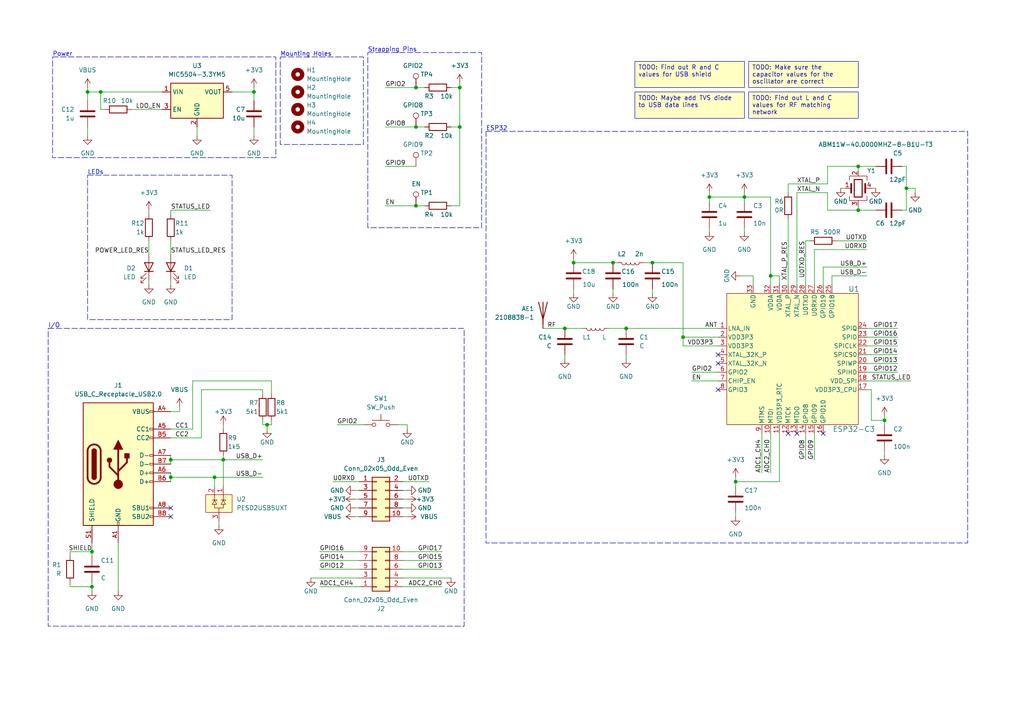
<source format=kicad_sch>
(kicad_sch (version 20230121) (generator eeschema)
  (paper "A4")
  (lib_symbols
    (symbol "Connector:TestPoint" (pin_numbers hide) (pin_names (offset 0.762) hide)
      (property "Reference" "TP" (at 0 6.858 0))
      (property "Value" "TestPoint" (at 0 5.08 0))
      (symbol "TestPoint_0_1"
        (circle (center 0 3.302) (radius 0.762))
      )
      (symbol "TestPoint_1_1"
        (pin passive line (at 0 0 90) (length 2.54) (name "1") (number "1"))
      )
    )
    (symbol "Connector:USB_C_Receptacle_USB2.0" (pin_names (offset 1.016))
      (property "Reference" "J" (at -10.16 19.05 0))
      (property "Value" "USB_C_Receptacle_USB2.0" (at 19.05 19.05 0))
      (symbol "USB_C_Receptacle_USB2.0_0_0"
        (rectangle (start -0.254 -17.78) (end 0.254 -16.764))
        (rectangle (start 10.16 -14.986) (end 9.144 -15.494))
        (rectangle (start 10.16 -12.446) (end 9.144 -12.954))
        (rectangle (start 10.16 -4.826) (end 9.144 -5.334))
        (rectangle (start 10.16 -2.286) (end 9.144 -2.794))
        (rectangle (start 10.16 0.254) (end 9.144 -0.254))
        (rectangle (start 10.16 2.794) (end 9.144 2.286))
        (rectangle (start 10.16 7.874) (end 9.144 7.366))
        (rectangle (start 10.16 10.414) (end 9.144 9.906))
        (rectangle (start 10.16 15.494) (end 9.144 14.986))
      )
      (symbol "USB_C_Receptacle_USB2.0_0_1"
        (rectangle (start -10.16 17.78) (end 10.16 -17.78) (stroke (width 0.254)) (fill (type background)))
        (arc (start -8.89 -3.81) (mid -6.985 -5.7067) (end -5.08 -3.81) (stroke (width 0.508)))
        (arc (start -7.62 -3.81) (mid -6.985 -4.4423) (end -6.35 -3.81) (stroke (width 0.254)))
        (arc (start -7.62 -3.81) (mid -6.985 -4.4423) (end -6.35 -3.81) (stroke (width 0.254)) (fill (type outline)))
        (rectangle (start -7.62 -3.81) (end -6.35 3.81) (stroke (width 0.254)) (fill (type outline)))
        (arc (start -6.35 3.81) (mid -6.985 4.4423) (end -7.62 3.81) (stroke (width 0.254)))
        (arc (start -6.35 3.81) (mid -6.985 4.4423) (end -7.62 3.81) (stroke (width 0.254)) (fill (type outline)))
        (arc (start -5.08 3.81) (mid -6.985 5.7067) (end -8.89 3.81) (stroke (width 0.508)))
        (circle (center -2.54 1.143) (radius 0.635) (stroke (width 0.254)) (fill (type outline)))
        (circle (center 0 -5.842) (radius 1.27) (fill (type outline)))
        (polyline (pts (xy -8.89 -3.81) (xy -8.89 3.81)) (stroke (width 0.508)))
        (polyline (pts (xy -5.08 3.81) (xy -5.08 -3.81)) (stroke (width 0.508)))
        (polyline (pts (xy 0 -5.842) (xy 0 4.318)) (stroke (width 0.508)))
        (polyline (pts (xy 0 -3.302) (xy -2.54 -0.762) (xy -2.54 0.508)) (stroke (width 0.508)))
        (polyline (pts (xy 0 -2.032) (xy 2.54 0.508) (xy 2.54 1.778)) (stroke (width 0.508)))
        (polyline (pts (xy -1.27 4.318) (xy 0 6.858) (xy 1.27 4.318) (xy -1.27 4.318)) (stroke (width 0.254)) (fill (type outline)))
        (rectangle (start 1.905 1.778) (end 3.175 3.048) (stroke (width 0.254)) (fill (type outline)))
      )
      (symbol "USB_C_Receptacle_USB2.0_1_1"
        (pin passive line (at 0 -22.86 90) (length 5.08) (name "GND") (number "A1"))
        (pin passive line (at 0 -22.86 90) (length 5.08) hide (name "GND") (number "A12"))
        (pin passive line (at 15.24 15.24 180) (length 5.08) (name "VBUS") (number "A4"))
        (pin bidirectional line (at 15.24 10.16 180) (length 5.08) (name "CC1") (number "A5"))
        (pin bidirectional line (at 15.24 -2.54 180) (length 5.08) (name "D+") (number "A6"))
        (pin bidirectional line (at 15.24 2.54 180) (length 5.08) (name "D-") (number "A7"))
        (pin bidirectional line (at 15.24 -12.7 180) (length 5.08) (name "SBU1") (number "A8"))
        (pin passive line (at 15.24 15.24 180) (length 5.08) hide (name "VBUS") (number "A9"))
        (pin passive line (at 0 -22.86 90) (length 5.08) hide (name "GND") (number "B1"))
        (pin passive line (at 0 -22.86 90) (length 5.08) hide (name "GND") (number "B12"))
        (pin passive line (at 15.24 15.24 180) (length 5.08) hide (name "VBUS") (number "B4"))
        (pin bidirectional line (at 15.24 7.62 180) (length 5.08) (name "CC2") (number "B5"))
        (pin bidirectional line (at 15.24 -5.08 180) (length 5.08) (name "D+") (number "B6"))
        (pin bidirectional line (at 15.24 0 180) (length 5.08) (name "D-") (number "B7"))
        (pin bidirectional line (at 15.24 -15.24 180) (length 5.08) (name "SBU2") (number "B8"))
        (pin passive line (at 15.24 15.24 180) (length 5.08) hide (name "VBUS") (number "B9"))
        (pin passive line (at -7.62 -22.86 90) (length 5.08) (name "SHIELD") (number "S1"))
      )
    )
    (symbol "Connector_Generic:Conn_02x05_Odd_Even" (pin_names (offset 1.016) hide)
      (property "Reference" "J" (at 1.27 7.62 0))
      (property "Value" "Conn_02x05_Odd_Even" (at 1.27 -7.62 0))
      (symbol "Conn_02x05_Odd_Even_1_1"
        (rectangle (start -1.27 -4.953) (end 0 -5.207) (stroke (width 0.1524)))
        (rectangle (start -1.27 -2.413) (end 0 -2.667) (stroke (width 0.1524)))
        (rectangle (start -1.27 0.127) (end 0 -0.127) (stroke (width 0.1524)))
        (rectangle (start -1.27 2.667) (end 0 2.413) (stroke (width 0.1524)))
        (rectangle (start -1.27 5.207) (end 0 4.953) (stroke (width 0.1524)))
        (rectangle (start -1.27 6.35) (end 3.81 -6.35) (stroke (width 0.254)) (fill (type background)))
        (rectangle (start 3.81 -4.953) (end 2.54 -5.207) (stroke (width 0.1524)))
        (rectangle (start 3.81 -2.413) (end 2.54 -2.667) (stroke (width 0.1524)))
        (rectangle (start 3.81 0.127) (end 2.54 -0.127) (stroke (width 0.1524)))
        (rectangle (start 3.81 2.667) (end 2.54 2.413) (stroke (width 0.1524)))
        (rectangle (start 3.81 5.207) (end 2.54 4.953) (stroke (width 0.1524)))
        (pin passive line (at -5.08 5.08 0) (length 3.81) (name "Pin_1") (number "1"))
        (pin passive line (at 7.62 -5.08 180) (length 3.81) (name "Pin_10") (number "10"))
        (pin passive line (at 7.62 5.08 180) (length 3.81) (name "Pin_2") (number "2"))
        (pin passive line (at -5.08 2.54 0) (length 3.81) (name "Pin_3") (number "3"))
        (pin passive line (at 7.62 2.54 180) (length 3.81) (name "Pin_4") (number "4"))
        (pin passive line (at -5.08 0 0) (length 3.81) (name "Pin_5") (number "5"))
        (pin passive line (at 7.62 0 180) (length 3.81) (name "Pin_6") (number "6"))
        (pin passive line (at -5.08 -2.54 0) (length 3.81) (name "Pin_7") (number "7"))
        (pin passive line (at 7.62 -2.54 180) (length 3.81) (name "Pin_8") (number "8"))
        (pin passive line (at -5.08 -5.08 0) (length 3.81) (name "Pin_9") (number "9"))
      )
    )
    (symbol "Device:Antenna" (pin_numbers hide) (pin_names (offset 1.016) hide)
      (property "Reference" "AE" (at -1.905 1.905 0))
      (property "Value" "Antenna" (at -1.905 0 0))
      (symbol "Antenna_0_1"
        (polyline (pts (xy 0 2.54) (xy 0 -3.81)) (stroke (width 0.254)))
        (polyline (pts (xy 1.27 2.54) (xy 0 -2.54) (xy -1.27 2.54)) (stroke (width 0.254)))
      )
      (symbol "Antenna_1_1"
        (pin input line (at 0 -5.08 90) (length 2.54) (name "A") (number "1"))
      )
    )
    (symbol "Device:C" (pin_numbers hide) (pin_names (offset 0.254))
      (property "Reference" "C" (at 0.635 2.54 0))
      (property "Value" "C" (at 0.635 -2.54 0))
      (symbol "C_0_1"
        (polyline (pts (xy -2.032 -0.762) (xy 2.032 -0.762)) (stroke (width 0.508)))
        (polyline (pts (xy -2.032 0.762) (xy 2.032 0.762)) (stroke (width 0.508)))
      )
      (symbol "C_1_1"
        (pin passive line (at 0 3.81 270) (length 2.794) (name "~") (number "1"))
        (pin passive line (at 0 -3.81 90) (length 2.794) (name "~") (number "2"))
      )
    )
    (symbol "Device:Crystal_GND23" (pin_names (offset 1.016) hide)
      (property "Reference" "Y" (at 3.175 5.08 0))
      (property "Value" "Crystal_GND23" (at 3.175 3.175 0))
      (symbol "Crystal_GND23_0_1"
        (rectangle (start -1.143 2.54) (end 1.143 -2.54) (stroke (width 0.3048)))
        (polyline (pts (xy -2.54 0) (xy -2.032 0)))
        (polyline (pts (xy -2.032 -1.27) (xy -2.032 1.27)) (stroke (width 0.508)))
        (polyline (pts (xy 0 -3.81) (xy 0 -3.556)))
        (polyline (pts (xy 0 3.556) (xy 0 3.81)))
        (polyline (pts (xy 2.032 -1.27) (xy 2.032 1.27)) (stroke (width 0.508)))
        (polyline (pts (xy 2.032 0) (xy 2.54 0)))
        (polyline (pts (xy -2.54 -2.286) (xy -2.54 -3.556) (xy 2.54 -3.556) (xy 2.54 -2.286)))
        (polyline (pts (xy -2.54 2.286) (xy -2.54 3.556) (xy 2.54 3.556) (xy 2.54 2.286)))
      )
      (symbol "Crystal_GND23_1_1"
        (pin passive line (at -3.81 0 0) (length 1.27) (name "1") (number "1"))
        (pin passive line (at 0 5.08 270) (length 1.27) (name "2") (number "2"))
        (pin passive line (at 0 -5.08 90) (length 1.27) (name "3") (number "3"))
        (pin passive line (at 3.81 0 180) (length 1.27) (name "4") (number "4"))
      )
    )
    (symbol "Device:L" (pin_numbers hide) (pin_names (offset 1.016) hide)
      (property "Reference" "L" (at -1.27 0 90))
      (property "Value" "L" (at 1.905 0 90))
      (symbol "L_0_1"
        (arc (start 0 -2.54) (mid 0.6323 -1.905) (end 0 -1.27))
        (arc (start 0 -1.27) (mid 0.6323 -0.635) (end 0 0))
        (arc (start 0 0) (mid 0.6323 0.635) (end 0 1.27))
        (arc (start 0 1.27) (mid 0.6323 1.905) (end 0 2.54))
      )
      (symbol "L_1_1"
        (pin passive line (at 0 3.81 270) (length 1.27) (name "1") (number "1"))
        (pin passive line (at 0 -3.81 90) (length 1.27) (name "2") (number "2"))
      )
    )
    (symbol "Device:LED" (pin_numbers hide) (pin_names (offset 1.016) hide)
      (property "Reference" "D" (at 0 2.54 0))
      (property "Value" "LED" (at 0 -2.54 0))
      (symbol "LED_0_1"
        (polyline (pts (xy -1.27 -1.27) (xy -1.27 1.27)) (stroke (width 0.254)))
        (polyline (pts (xy -1.27 0) (xy 1.27 0)))
        (polyline (pts (xy 1.27 -1.27) (xy 1.27 1.27) (xy -1.27 0) (xy 1.27 -1.27)) (stroke (width 0.254)))
        (polyline (pts (xy -3.048 -0.762) (xy -4.572 -2.286) (xy -3.81 -2.286) (xy -4.572 -2.286) (xy -4.572 -1.524)))
        (polyline (pts (xy -1.778 -0.762) (xy -3.302 -2.286) (xy -2.54 -2.286) (xy -3.302 -2.286) (xy -3.302 -1.524)))
      )
      (symbol "LED_1_1"
        (pin passive line (at -3.81 0 0) (length 2.54) (name "K") (number "1"))
        (pin passive line (at 3.81 0 180) (length 2.54) (name "A") (number "2"))
      )
    )
    (symbol "Device:R" (pin_numbers hide) (pin_names (offset 0))
      (property "Reference" "R" (at 2.032 0 90))
      (property "Value" "R" (at 0 0 90))
      (symbol "R_0_1"
        (rectangle (start -1.016 -2.54) (end 1.016 2.54) (stroke (width 0.254)))
      )
      (symbol "R_1_1"
        (pin passive line (at 0 3.81 270) (length 1.27) (name "~") (number "1"))
        (pin passive line (at 0 -3.81 90) (length 1.27) (name "~") (number "2"))
      )
    )
    (symbol "Mechanical:MountingHole" (pin_names (offset 1.016))
      (property "Reference" "H" (at 0 5.08 0))
      (property "Value" "MountingHole" (at 0 3.175 0))
      (symbol "MountingHole_0_1"
        (circle (center 0 0) (radius 1.27) (stroke (width 1.27)))
      )
    )
    (symbol "Regulator_Linear:MIC5504-3.3YM5"
      (property "Reference" "U" (at -7.62 8.89 0))
      (property "Value" "MIC5504-3.3YM5" (at -7.62 6.35 0))
      (symbol "MIC5504-3.3YM5_0_1"
        (rectangle (start -7.62 -5.08) (end 7.62 5.08) (stroke (width 0.254)) (fill (type background)))
      )
      (symbol "MIC5504-3.3YM5_1_1"
        (pin power_in line (at -10.16 2.54 0) (length 2.54) (name "VIN") (number "1"))
        (pin power_in line (at 0 -7.62 90) (length 2.54) (name "GND") (number "2"))
        (pin input line (at -10.16 -2.54 0) (length 2.54) (name "EN") (number "3"))
        (pin no_connect line (at 7.62 -2.54 180) (length 2.54) hide (name "NC") (number "4"))
        (pin power_out line (at 10.16 2.54 180) (length 2.54) (name "VOUT") (number "5"))
      )
    )
    (symbol "Switch:SW_Push" (pin_numbers hide) (pin_names (offset 1.016) hide)
      (property "Reference" "SW" (at 1.27 2.54 0))
      (property "Value" "SW_Push" (at 0 -1.524 0))
      (symbol "SW_Push_0_1"
        (circle (center -2.032 0) (radius 0.508))
        (polyline (pts (xy 0 1.27) (xy 0 3.048)))
        (polyline (pts (xy 2.54 1.27) (xy -2.54 1.27)))
        (circle (center 2.032 0) (radius 0.508))
        (pin passive line (at -5.08 0 0) (length 2.54) (name "1") (number "1"))
        (pin passive line (at 5.08 0 180) (length 2.54) (name "2") (number "2"))
      )
    )
    (symbol "encyclopedia_galactica:ESP32-C3" (pin_names (offset 0.254))
      (property "Reference" "U" (at 0 43.18 0))
      (property "Value" "ESP32-C3" (at 0 40.64 0))
      (symbol "ESP32-C3_0_1"
        (pin bidirectional line (at -21.59 8.89 0) (length 2.54) (name "LNA_IN") (number "1"))
        (pin bidirectional line (at -6.35 -21.59 90) (length 2.54) (name "MTDI") (number "10"))
        (pin power_in line (at -3.81 -21.59 90) (length 2.54) (name "VDD3P3_RTC") (number "11"))
        (pin bidirectional line (at -1.27 -21.59 90) (length 2.54) (name "MTCK") (number "12"))
        (pin bidirectional line (at 1.27 -21.59 90) (length 2.54) (name "MTDO") (number "13"))
        (pin bidirectional line (at 3.81 -21.59 90) (length 2.54) (name "GPIO8") (number "14"))
        (pin bidirectional line (at 6.35 -21.59 90) (length 2.54) (name "GPIO9") (number "15"))
        (pin bidirectional line (at 8.89 -21.59 90) (length 2.54) (name "GPIO10") (number "16"))
        (pin power_in line (at 21.59 -8.89 180) (length 2.54) (name "VDD3P3_CPU") (number "17"))
        (pin power_in line (at 21.59 -6.35 180) (length 2.54) (name "VDD_SPI") (number "18"))
        (pin bidirectional line (at 21.59 -3.81 180) (length 2.54) (name "SPIHD") (number "19"))
        (pin power_in line (at -21.59 6.35 0) (length 2.54) (name "VDD3P3") (number "2"))
        (pin bidirectional line (at 21.59 -1.27 180) (length 2.54) (name "SPIWP") (number "20"))
        (pin bidirectional line (at 21.59 1.27 180) (length 2.54) (name "SPICS0") (number "21"))
        (pin bidirectional line (at 21.59 3.81 180) (length 2.54) (name "SPICLK") (number "22"))
        (pin bidirectional line (at 21.59 6.35 180) (length 2.54) (name "SPID") (number "23"))
        (pin bidirectional line (at 21.59 8.89 180) (length 2.54) (name "SPIQ") (number "24"))
        (pin bidirectional line (at 11.43 21.59 270) (length 2.54) (name "GPIO18") (number "25"))
        (pin bidirectional line (at 8.89 21.59 270) (length 2.54) (name "GPIO19") (number "26"))
        (pin bidirectional line (at 6.35 21.59 270) (length 2.54) (name "U0RXD") (number "27"))
        (pin bidirectional line (at 3.81 21.59 270) (length 2.54) (name "U0TXD") (number "28"))
        (pin output line (at 1.27 21.59 270) (length 2.54) (name "XTAL_N") (number "29"))
        (pin power_in line (at -21.59 3.81 0) (length 2.54) (name "VDD3P3") (number "3"))
        (pin input line (at -1.27 21.59 270) (length 2.54) (name "XTAL_P") (number "30"))
        (pin power_in line (at -3.81 21.59 270) (length 2.54) (name "VDDA") (number "31"))
        (pin power_in line (at -6.35 21.59 270) (length 2.54) (name "VDDA") (number "32"))
        (pin power_out line (at -11.43 21.59 270) (length 2.54) (name "GND") (number "33"))
        (pin bidirectional line (at -21.59 1.27 0) (length 2.54) (name "XTAL_32K_P") (number "4"))
        (pin bidirectional line (at -21.59 -1.27 0) (length 2.54) (name "XTAL_32K_N") (number "5"))
        (pin bidirectional line (at -21.59 -3.81 0) (length 2.54) (name "GPIO2") (number "6"))
        (pin input line (at -21.59 -6.35 0) (length 2.54) (name "CHIP_EN") (number "7"))
        (pin bidirectional line (at -21.59 -8.89 0) (length 2.54) (name "GPIO3") (number "8"))
        (pin bidirectional line (at -8.89 -21.59 90) (length 2.54) (name "MTMS") (number "9"))
      )
      (symbol "ESP32-C3_1_1"
        (rectangle (start -19.05 19.05) (end 19.05 -19.05) (fill (type background)))
      )
    )
    (symbol "encyclopedia_galactica:PESD2USB5UXT"
      (property "Reference" "U" (at 0 24.13 0))
      (property "Value" "PESD2USB5UXT" (at 0 21.59 0))
      (symbol "PESD2USB5UXT_1_1"
        (rectangle (start -3.81 2.54) (end 3.81 -2.54) (fill (type background)))
        (polyline (pts (xy -1.905 1.016) (xy -0.635 1.016)))
        (polyline (pts (xy -1.27 1.016) (xy -1.27 2.54)))
        (polyline (pts (xy -0.635 1.016) (xy -0.635 0.762)))
        (polyline (pts (xy 0 -1.27) (xy 0 -2.54)))
        (polyline (pts (xy 0.635 1.016) (xy 1.905 1.016)))
        (polyline (pts (xy 1.27 1.016) (xy 1.27 2.54)))
        (polyline (pts (xy 1.905 1.016) (xy 1.905 0.762)))
        (polyline (pts (xy -1.905 -0.254) (xy -1.27 1.016) (xy -0.635 -0.254) (xy -1.905 -0.254)))
        (polyline (pts (xy -1.27 -0.254) (xy -1.27 -1.27) (xy 1.27 -1.27) (xy 1.27 -0.254)))
        (polyline (pts (xy 0.635 -0.254) (xy 1.27 1.016) (xy 1.905 -0.254) (xy 0.635 -0.254)))
        (pin open_collector line (at 1.27 5.08 270) (length 2.54) (name "") (number "1"))
        (pin open_collector line (at -1.27 5.08 270) (length 2.54) (name "") (number "2"))
        (pin power_out line (at 0 -5.08 90) (length 2.54) (name "") (number "3"))
      )
    )
    (symbol "power:+3V3" (power) (pin_names (offset 0))
      (property "Value" "+3V3" (at 0 3.556 0))
      (symbol "+3V3_0_1"
        (polyline (pts (xy -0.762 1.27) (xy 0 2.54)))
        (polyline (pts (xy 0 0) (xy 0 2.54)))
        (polyline (pts (xy 0 2.54) (xy 0.762 1.27)))
      )
      (symbol "+3V3_1_1"
        (pin power_in line (at 0 0 90) (length 0) hide (name "+3V3") (number "1"))
      )
    )
    (symbol "power:GND" (power) (pin_names (offset 0))
      (property "Value" "GND" (at 0 -3.81 0))
      (symbol "GND_0_1"
        (polyline (pts (xy 0 0) (xy 0 -1.27) (xy 1.27 -1.27) (xy 0 -2.54) (xy -1.27 -1.27) (xy 0 -1.27)))
      )
      (symbol "GND_1_1"
        (pin power_in line (at 0 0 270) (length 0) hide (name "GND") (number "1"))
      )
    )
    (symbol "power:VBUS" (power) (pin_names (offset 0))
      (property "Value" "VBUS" (at 0 3.81 0))
      (symbol "VBUS_0_1"
        (polyline (pts (xy -0.762 1.27) (xy 0 2.54)))
        (polyline (pts (xy 0 0) (xy 0 2.54)))
        (polyline (pts (xy 0 2.54) (xy 0.762 1.27)))
      )
      (symbol "VBUS_1_1"
        (pin power_in line (at 0 0 90) (length 0) hide (name "VBUS") (number "1"))
      )
    )
  )
  (junction (at 25.4 26.67))
  (junction (at 62.23 138.43))
  (junction (at 181.61 95.25))
  (junction (at 223.52 80.01))
  (junction (at 166.37 76.2))
  (junction (at 120.65 36.83))
  (junction (at 133.35 25.4))
  (junction (at 73.66 26.67))
  (junction (at 205.74 57.15))
  (junction (at 177.8 76.2))
  (junction (at 26.67 160.02))
  (junction (at 213.36 139.7))
  (junction (at 215.9 57.15))
  (junction (at 29.21 26.67))
  (junction (at 77.47 123.19))
  (junction (at 120.65 25.4))
  (junction (at 64.77 133.35))
  (junction (at 49.53 138.43))
  (junction (at 120.65 59.69))
  (junction (at 189.23 76.2))
  (junction (at 256.54 121.92))
  (junction (at 262.89 54.61))
  (junction (at 133.35 36.83))
  (junction (at 248.92 48.26))
  (junction (at 26.67 170.18))
  (junction (at 198.12 97.79))
  (junction (at 49.53 133.35))
  (junction (at 163.83 95.25))
  (junction (at 248.92 60.96))
  (no_connect (at 238.76 125.73))
  (no_connect (at 208.28 113.03))
  (no_connect (at 208.28 102.87))
  (no_connect (at 49.53 147.32))
  (no_connect (at 228.6 125.73))
  (no_connect (at 49.53 149.86))
  (no_connect (at 231.14 125.73))
  (no_connect (at 208.28 105.41))
  (wire (pts (xy 49.53 137.16) (xy 49.53 138.43)))
  (wire (pts (xy 29.21 26.67) (xy 46.99 26.67)))
  (wire (pts (xy 251.46 95.25) (xy 260.35 95.25)))
  (wire (pts (xy 63.5 151.13) (xy 63.5 152.4)))
  (wire (pts (xy 49.53 81.28) (xy 49.53 82.55)))
  (wire (pts (xy 233.68 69.85) (xy 233.68 82.55)))
  (wire (pts (xy 120.65 25.4) (xy 111.76 25.4)))
  (wire (pts (xy 200.66 107.95) (xy 208.28 107.95)))
  (wire (pts (xy 49.53 138.43) (xy 62.23 138.43)))
  (wire (pts (xy 62.23 138.43) (xy 62.23 140.97)))
  (wire (pts (xy 265.43 54.61) (xy 262.89 54.61)))
  (wire (pts (xy 20.32 161.29) (xy 20.32 160.02)))
  (wire (pts (xy 124.46 139.7) (xy 116.84 139.7)))
  (wire (pts (xy 215.9 66.04) (xy 215.9 67.31)))
  (wire (pts (xy 251.46 100.33) (xy 260.35 100.33)))
  (wire (pts (xy 166.37 76.2) (xy 177.8 76.2)))
  (wire (pts (xy 115.57 123.19) (xy 118.11 123.19)))
  (wire (pts (xy 26.67 157.48) (xy 26.67 160.02)))
  (wire (pts (xy 228.6 53.34) (xy 240.03 53.34)))
  (wire (pts (xy 251.46 97.79) (xy 260.35 97.79)))
  (wire (pts (xy 123.19 25.4) (xy 120.65 25.4)))
  (wire (pts (xy 49.53 132.08) (xy 49.53 133.35)))
  (wire (pts (xy 251.46 72.39) (xy 236.22 72.39)))
  (wire (pts (xy 223.52 57.15) (xy 223.52 80.01)))
  (wire (pts (xy 248.92 48.26) (xy 248.92 49.53)))
  (wire (pts (xy 252.73 121.92) (xy 252.73 113.03)))
  (wire (pts (xy 240.03 60.96) (xy 240.03 55.88)))
  (wire (pts (xy 238.76 77.47) (xy 238.76 82.55)))
  (wire (pts (xy 116.84 162.56) (xy 128.27 162.56)))
  (wire (pts (xy 60.96 60.96) (xy 49.53 60.96)))
  (wire (pts (xy 34.29 157.48) (xy 34.29 171.45)))
  (wire (pts (xy 25.4 26.67) (xy 29.21 26.67)))
  (wire (pts (xy 52.07 119.38) (xy 52.07 118.11)))
  (wire (pts (xy 49.53 138.43) (xy 49.53 139.7)))
  (wire (pts (xy 49.53 124.46) (xy 55.88 124.46)))
  (wire (pts (xy 245.11 54.61) (xy 243.84 54.61)))
  (wire (pts (xy 177.8 83.82) (xy 177.8 85.09)))
  (wire (pts (xy 231.14 55.88) (xy 231.14 82.55)))
  (wire (pts (xy 96.52 139.7) (xy 104.14 139.7)))
  (wire (pts (xy 78.74 121.92) (xy 78.74 123.19)))
  (wire (pts (xy 102.87 144.78) (xy 104.14 144.78)))
  (wire (pts (xy 64.77 132.08) (xy 64.77 133.35)))
  (wire (pts (xy 181.61 95.25) (xy 208.28 95.25)))
  (wire (pts (xy 76.2 113.03) (xy 76.2 114.3)))
  (wire (pts (xy 213.36 139.7) (xy 213.36 138.43)))
  (wire (pts (xy 116.84 165.1) (xy 128.27 165.1)))
  (wire (pts (xy 26.67 170.18) (xy 26.67 168.91)))
  (wire (pts (xy 256.54 120.65) (xy 256.54 121.92)))
  (wire (pts (xy 116.84 170.18) (xy 128.27 170.18)))
  (wire (pts (xy 166.37 83.82) (xy 166.37 85.09)))
  (wire (pts (xy 241.3 80.01) (xy 251.46 80.01)))
  (wire (pts (xy 43.18 60.96) (xy 43.18 62.23)))
  (wire (pts (xy 38.1 31.75) (xy 46.99 31.75)))
  (wire (pts (xy 64.77 133.35) (xy 76.2 133.35)))
  (wire (pts (xy 120.65 36.83) (xy 111.76 36.83)))
  (wire (pts (xy 223.52 125.73) (xy 223.52 137.16)))
  (wire (pts (xy 49.53 133.35) (xy 64.77 133.35)))
  (wire (pts (xy 252.73 121.92) (xy 256.54 121.92)))
  (wire (pts (xy 205.74 55.88) (xy 205.74 57.15)))
  (wire (pts (xy 120.65 48.26) (xy 111.76 48.26)))
  (wire (pts (xy 223.52 80.01) (xy 226.06 80.01)))
  (wire (pts (xy 240.03 48.26) (xy 240.03 53.34)))
  (wire (pts (xy 231.14 55.88) (xy 240.03 55.88)))
  (wire (pts (xy 189.23 83.82) (xy 189.23 85.09)))
  (wire (pts (xy 102.87 149.86) (xy 104.14 149.86)))
  (wire (pts (xy 163.83 95.25) (xy 168.91 95.25)))
  (wire (pts (xy 254 60.96) (xy 248.92 60.96)))
  (wire (pts (xy 118.11 123.19) (xy 118.11 124.46)))
  (wire (pts (xy 133.35 59.69) (xy 130.81 59.69)))
  (wire (pts (xy 261.62 60.96) (xy 262.89 60.96)))
  (wire (pts (xy 200.66 110.49) (xy 208.28 110.49)))
  (wire (pts (xy 92.71 160.02) (xy 104.14 160.02)))
  (wire (pts (xy 116.84 149.86) (xy 118.11 149.86)))
  (wire (pts (xy 90.17 167.64) (xy 104.14 167.64)))
  (wire (pts (xy 30.48 31.75) (xy 29.21 31.75)))
  (wire (pts (xy 228.6 63.5) (xy 228.6 82.55)))
  (wire (pts (xy 256.54 130.81) (xy 256.54 132.08)))
  (wire (pts (xy 97.79 123.19) (xy 105.41 123.19)))
  (wire (pts (xy 198.12 76.2) (xy 189.23 76.2)))
  (wire (pts (xy 120.65 59.69) (xy 111.76 59.69)))
  (wire (pts (xy 241.3 80.01) (xy 241.3 82.55)))
  (wire (pts (xy 26.67 170.18) (xy 26.67 171.45)))
  (wire (pts (xy 262.89 48.26) (xy 261.62 48.26)))
  (wire (pts (xy 78.74 110.49) (xy 78.74 114.3)))
  (wire (pts (xy 64.77 123.19) (xy 64.77 124.46)))
  (wire (pts (xy 67.31 26.67) (xy 73.66 26.67)))
  (wire (pts (xy 228.6 53.34) (xy 228.6 55.88)))
  (wire (pts (xy 102.87 147.32) (xy 104.14 147.32)))
  (wire (pts (xy 49.53 69.85) (xy 49.53 73.66)))
  (wire (pts (xy 49.53 133.35) (xy 49.53 134.62)))
  (wire (pts (xy 77.47 123.19) (xy 77.47 124.46)))
  (wire (pts (xy 248.92 60.96) (xy 248.92 59.69)))
  (wire (pts (xy 64.77 133.35) (xy 64.77 140.97)))
  (wire (pts (xy 220.98 125.73) (xy 220.98 137.16)))
  (wire (pts (xy 43.18 69.85) (xy 43.18 73.66)))
  (wire (pts (xy 133.35 36.83) (xy 130.81 36.83)))
  (wire (pts (xy 205.74 57.15) (xy 215.9 57.15)))
  (wire (pts (xy 130.81 167.64) (xy 116.84 167.64)))
  (wire (pts (xy 186.69 76.2) (xy 189.23 76.2)))
  (wire (pts (xy 73.66 36.83) (xy 73.66 39.37)))
  (wire (pts (xy 236.22 125.73) (xy 236.22 133.35)))
  (wire (pts (xy 55.88 124.46) (xy 55.88 110.49)))
  (wire (pts (xy 213.36 139.7) (xy 226.06 139.7)))
  (wire (pts (xy 116.84 142.24) (xy 118.11 142.24)))
  (wire (pts (xy 251.46 105.41) (xy 260.35 105.41)))
  (wire (pts (xy 213.36 148.59) (xy 213.36 149.86)))
  (wire (pts (xy 55.88 110.49) (xy 78.74 110.49)))
  (wire (pts (xy 176.53 95.25) (xy 181.61 95.25)))
  (wire (pts (xy 73.66 25.4) (xy 73.66 26.67)))
  (wire (pts (xy 181.61 102.87) (xy 181.61 104.14)))
  (wire (pts (xy 116.84 144.78) (xy 118.11 144.78)))
  (wire (pts (xy 120.65 36.83) (xy 123.19 36.83)))
  (wire (pts (xy 252.73 113.03) (xy 251.46 113.03)))
  (wire (pts (xy 20.32 170.18) (xy 26.67 170.18)))
  (wire (pts (xy 242.57 69.85) (xy 251.46 69.85)))
  (wire (pts (xy 256.54 121.92) (xy 256.54 123.19)))
  (wire (pts (xy 233.68 125.73) (xy 233.68 133.35)))
  (wire (pts (xy 92.71 162.56) (xy 104.14 162.56)))
  (wire (pts (xy 20.32 168.91) (xy 20.32 170.18)))
  (wire (pts (xy 116.84 160.02) (xy 128.27 160.02)))
  (wire (pts (xy 215.9 57.15) (xy 223.52 57.15)))
  (wire (pts (xy 73.66 29.21) (xy 73.66 26.67)))
  (wire (pts (xy 102.87 142.24) (xy 104.14 142.24)))
  (wire (pts (xy 262.89 60.96) (xy 262.89 54.61)))
  (wire (pts (xy 20.32 160.02) (xy 26.67 160.02)))
  (wire (pts (xy 198.12 100.33) (xy 198.12 97.79)))
  (wire (pts (xy 133.35 25.4) (xy 133.35 36.83)))
  (wire (pts (xy 49.53 127) (xy 58.42 127)))
  (wire (pts (xy 177.8 76.2) (xy 179.07 76.2)))
  (wire (pts (xy 76.2 121.92) (xy 76.2 123.19)))
  (wire (pts (xy 25.4 25.4) (xy 25.4 26.67)))
  (wire (pts (xy 251.46 77.47) (xy 238.76 77.47)))
  (wire (pts (xy 62.23 138.43) (xy 76.2 138.43)))
  (wire (pts (xy 163.83 102.87) (xy 163.83 104.14)))
  (wire (pts (xy 251.46 102.87) (xy 260.35 102.87)))
  (wire (pts (xy 262.89 54.61) (xy 262.89 48.26)))
  (wire (pts (xy 26.67 160.02) (xy 26.67 161.29)))
  (wire (pts (xy 49.53 119.38) (xy 52.07 119.38)))
  (wire (pts (xy 215.9 55.88) (xy 215.9 57.15)))
  (wire (pts (xy 133.35 24.13) (xy 133.35 25.4)))
  (wire (pts (xy 226.06 80.01) (xy 226.06 82.55)))
  (wire (pts (xy 57.15 36.83) (xy 57.15 39.37)))
  (wire (pts (xy 240.03 60.96) (xy 248.92 60.96)))
  (wire (pts (xy 205.74 66.04) (xy 205.74 67.31)))
  (wire (pts (xy 133.35 25.4) (xy 130.81 25.4)))
  (wire (pts (xy 223.52 80.01) (xy 223.52 82.55)))
  (wire (pts (xy 213.36 140.97) (xy 213.36 139.7)))
  (wire (pts (xy 77.47 123.19) (xy 78.74 123.19)))
  (wire (pts (xy 215.9 57.15) (xy 215.9 58.42)))
  (wire (pts (xy 248.92 48.26) (xy 240.03 48.26)))
  (wire (pts (xy 265.43 55.88) (xy 265.43 54.61)))
  (wire (pts (xy 92.71 165.1) (xy 104.14 165.1)))
  (wire (pts (xy 254 48.26) (xy 248.92 48.26)))
  (wire (pts (xy 251.46 107.95) (xy 260.35 107.95)))
  (wire (pts (xy 123.19 59.69) (xy 120.65 59.69)))
  (wire (pts (xy 133.35 36.83) (xy 133.35 59.69)))
  (wire (pts (xy 76.2 123.19) (xy 77.47 123.19)))
  (wire (pts (xy 198.12 97.79) (xy 198.12 76.2)))
  (wire (pts (xy 116.84 147.32) (xy 118.11 147.32)))
  (wire (pts (xy 157.48 95.25) (xy 163.83 95.25)))
  (wire (pts (xy 251.46 110.49) (xy 264.16 110.49)))
  (wire (pts (xy 25.4 26.67) (xy 25.4 29.21)))
  (wire (pts (xy 58.42 127) (xy 58.42 113.03)))
  (wire (pts (xy 236.22 72.39) (xy 236.22 82.55)))
  (wire (pts (xy 92.71 170.18) (xy 104.14 170.18)))
  (wire (pts (xy 254 54.61) (xy 252.73 54.61)))
  (wire (pts (xy 25.4 36.83) (xy 25.4 39.37)))
  (wire (pts (xy 58.42 113.03) (xy 76.2 113.03)))
  (wire (pts (xy 198.12 97.79) (xy 208.28 97.79)))
  (wire (pts (xy 233.68 69.85) (xy 234.95 69.85)))
  (wire (pts (xy 49.53 60.96) (xy 49.53 62.23)))
  (wire (pts (xy 208.28 100.33) (xy 198.12 100.33)))
  (wire (pts (xy 218.44 80.01) (xy 218.44 82.55)))
  (wire (pts (xy 166.37 74.93) (xy 166.37 76.2)))
  (wire (pts (xy 29.21 31.75) (xy 29.21 26.67)))
  (wire (pts (xy 43.18 81.28) (xy 43.18 82.55)))
  (wire (pts (xy 205.74 57.15) (xy 205.74 58.42)))
  (wire (pts (xy 226.06 125.73) (xy 226.06 139.7)))
  (wire (pts (xy 214.63 80.01) (xy 218.44 80.01)))
  (rectangle (start 15.24 16.51) (end 80.01 45.72) (stroke (width 0) (type dash)))
  (rectangle (start 81.28 16.51) (end 105.41 41.91) (stroke (width 0) (type dash)))
  (rectangle (start 106.68 15.24) (end 139.7 66.04) (stroke (width 0) (type dash)))
  (rectangle (start 13.97 95.25) (end 134.62 181.61) (stroke (width 0) (type dash)))
  (rectangle (start 25.4 50.8) (end 67.31 92.71) (stroke (width 0) (type dash)))
  (rectangle (start 140.97 38.1) (end 280.67 157.48) (stroke (width 0) (type dash)))
  (text_box "TODO: Find out L and C values for RF matching network" (at 217.17 26.67 0) (size 31.75 7.62) (fill (type color) (color 255 255 194 1)) (effects (font (size 1.27 1.27)) (justify left top)))
  (text_box "TODO: Maybe add TVS diode to USB data lines" (at 184.15 26.67 0) (size 31.75 7.62) (fill (type color) (color 255 255 194 1)) (effects (font (size 1.27 1.27)) (justify left top)))
  (text_box "TODO: Find out R and C values for USB shield" (at 184.15 17.78 0) (size 31.75 7.62) (fill (type color) (color 255 255 194 1)) (effects (font (size 1.27 1.27)) (justify left top)))
  (text_box "TODO: Make sure the capacitor values for the oscillator are correct" (at 217.17 17.78 0) (size 31.75 7.62) (fill (type color) (color 255 255 194 1)) (effects (font (size 1.27 1.27)) (justify left top)))
  (text "ESP32" (at 140.97 38.1 0) (effects (font (size 1.27 1.27)) (justify left bottom)))
  (text "I/O" (at 13.97 95.25 0) (effects (font (size 1.27 1.27)) (justify left bottom)))
  (text "Mounting Holes" (at 81.28 16.51 0) (effects (font (size 1.27 1.27)) (justify left bottom)))
  (text "Power" (at 15.24 16.51 0) (effects (font (size 1.27 1.27)) (justify left bottom)))
  (text "Strapping Pins" (at 106.68 15.24 0) (effects (font (size 1.27 1.27)) (justify left bottom)))
  (text "LEDs" (at 25.4 50.8 0) (effects (font (size 1.27 1.27)) (justify left bottom)))
  (label "ADC1_CH4" (at 220.98 137.16 90))
  (label "U0RXD" (at 96.52 139.7 0))
  (label "GPIO2" (at 97.79 123.19 0))
  (label "USB_D-" (at 76.2 138.43 180))
  (label "GPIO12" (at 92.71 165.1 0))
  (label "EN" (at 200.66 110.49 0))
  (label "GPIO16" (at 92.71 160.02 0))
  (label "GPIO13" (at 128.27 165.1 180))
  (label "USB_D+" (at 76.2 133.35 180))
  (label "SHIELD" (at 26.67 160.02 180))
  (label "ADC1_CH4" (at 92.71 170.18 0))
  (label "USB_D+" (at 251.46 77.47 180))
  (label "GPIO2" (at 111.76 25.4 0))
  (label "LDO_EN" (at 39.37 31.75 0))
  (label "GPIO14" (at 260.35 102.87 180))
  (label "GPIO9" (at 236.22 133.35 90))
  (label "STATUS_LED" (at 264.16 110.49 180))
  (label "GPIO17" (at 260.35 95.25 180))
  (label "GPIO14" (at 92.71 162.56 0))
  (label "U0TXD" (at 124.46 139.7 180))
  (label "ADC2_CH0" (at 223.52 137.16 90))
  (label "STATUS_LED_RES" (at 49.53 73.66 0))
  (label "U0RXD" (at 251.46 72.39 180))
  (label "VDD3P3" (at 199.39 100.33 0))
  (label "ANT" (at 204.47 95.25 0))
  (label "CC1" (at 50.8 124.46 0))
  (label "USB_D-" (at 251.46 80.01 180))
  (label "GPIO12" (at 260.35 107.95 180))
  (label "XTAL_P" (at 231.14 53.34 0))
  (label "U0TXD" (at 251.46 69.85 180))
  (label "GPIO9" (at 111.76 48.26 0))
  (label "XTAL_P_RES" (at 228.6 81.28 90))
  (label "GPIO15" (at 128.27 162.56 180))
  (label "XTAL_N" (at 231.14 55.88 0))
  (label "GPIO16" (at 260.35 97.79 180))
  (label "RF" (at 158.75 95.25 0))
  (label "U0TXD_RES" (at 233.68 69.85 270))
  (label "EN" (at 111.76 59.69 0))
  (label "GPIO8" (at 111.76 36.83 0))
  (label "GPIO13" (at 260.35 105.41 180))
  (label "GPIO17" (at 128.27 160.02 180))
  (label "GPIO2" (at 200.66 107.95 0))
  (label "ADC2_CH0" (at 128.27 170.18 180))
  (label "STATUS_LED" (at 60.96 60.96 180))
  (label "CC2" (at 50.8 127 0))
  (label "POWER_LED_RES" (at 43.18 73.66 180))
  (label "GPIO15" (at 260.35 100.33 180))
  (label "GPIO8" (at 233.68 133.35 90))
  (symbol (lib_id "power:GND") (at 243.84 54.61 0) (mirror y) (unit 1)
    (property "Reference" "#PWR03" (effects hide))
    (property "Value" "GND" (at 243.84 58.42 0))
  )
  (symbol (lib_id "Connector:USB_C_Receptacle_USB2.0") (at 34.29 134.62 0) (unit 1)
    (property "Reference" "J1" (at 34.29 111.76 0))
    (property "Value" "USB_C_Receptacle_USB2.0" (at 34.29 114.3 0))
    (property "Footprint" "Connector_USB:USB_C_Receptacle_GCT_USB4105-xx-A_16P_TopMnt_Horizontal" (effects hide))
    (property "Datasheet" "https://www.usb.org/sites/default/files/documents/usb_type-c.zip" (effects hide))
  )
  (symbol (lib_id "Device:LED") (at 43.18 77.47 270) (mirror x) (unit 1)
    (property "Reference" "D2" (at 39.37 77.7875 90) (effects (justify right)))
    (property "Value" "LED" (at 39.37 80.3275 90) (effects (justify right)))
    (property "Footprint" "LED_SMD:LED_0603_1608Metric" (effects hide))
  )
  (symbol (lib_id "power:+3V3") (at 43.18 60.96 0) (mirror y) (unit 1)
    (property "Reference" "#PWR044" (effects hide))
    (property "Value" "+3V3" (at 43.18 55.88 0))
  )
  (symbol (lib_id "Device:R") (at 228.6 59.69 0) (mirror y) (unit 1)
    (property "Reference" "R6" (at 227.33 58.42 0) (effects (justify left)))
    (property "Value" "0R" (at 227.33 60.96 0) (effects (justify left)))
    (property "Footprint" "Resistor_SMD:R_0402_1005Metric" (effects hide))
  )
  (symbol (lib_id "power:+3V3") (at 64.77 123.19 0) (unit 1)
    (property "Reference" "#PWR038" (effects hide))
    (property "Value" "+3V3" (at 64.77 119.38 0))
  )
  (symbol (lib_id "Device:R") (at 127 59.69 270) (mirror x) (unit 1)
    (property "Reference" "R4" (at 124.46 62.23 90))
    (property "Value" "10k" (at 129.54 62.23 90))
    (property "Footprint" "Resistor_SMD:R_0402_1005Metric" (effects hide))
  )
  (symbol (lib_id "power:GND") (at 205.74 67.31 0) (unit 1)
    (property "Reference" "#PWR023" (effects hide))
    (property "Value" "GND" (at 205.74 72.39 0))
  )
  (symbol (lib_id "power:GND") (at 73.66 39.37 0) (unit 1)
    (property "Reference" "#PWR039" (effects hide))
    (property "Value" "GND" (at 73.66 44.45 0))
  )
  (symbol (lib_id "power:VBUS") (at 102.87 149.86 90) (unit 1)
    (property "Reference" "#PWR032" (effects hide))
    (property "Value" "VBUS" (at 99.06 149.86 90) (effects (justify left)))
  )
  (symbol (lib_id "Device:R") (at 20.32 165.1 0) (unit 1)
    (property "Reference" "R1" (at 17.78 163.83 0) (effects (justify right)))
    (property "Value" "R" (at 17.78 166.37 0) (effects (justify right)))
    (property "Footprint" "Resistor_SMD:R_0402_1005Metric" (effects hide))
  )
  (symbol (lib_id "power:GND") (at 102.87 147.32 270) (unit 1)
    (property "Reference" "#PWR030" (effects hide))
    (property "Value" "GND" (at 97.79 147.32 90))
  )
  (symbol (lib_id "Mechanical:MountingHole") (at 86.36 31.75 0) (unit 1)
    (property "Reference" "H3" (at 88.9 30.48 0) (effects (justify left)))
    (property "Value" "MountingHole" (at 88.9 33.02 0) (effects (justify left)))
    (property "Footprint" "MountingHole:MountingHole_2.2mm_M2" (effects hide))
  )
  (symbol (lib_id "encyclopedia_galactica:PESD2USB5UXT") (at 63.5 146.05 0) (unit 1)
    (property "Reference" "U2" (at 68.58 144.78 0) (effects (justify left)))
    (property "Value" "PESD2USB5UXT" (at 68.58 147.32 0) (effects (justify left)))
    (property "Footprint" "Package_TO_SOT_SMD:TSOT-23" (effects hide))
    (property "Datasheet" "https://assets.nexperia.com/documents/data-sheet/PESD2USB5UX-T.pdf" (effects hide))
  )
  (symbol (lib_id "power:GND") (at 177.8 85.09 0) (mirror y) (unit 1)
    (property "Reference" "#PWR018" (effects hide))
    (property "Value" "GND" (at 177.8 88.9 0))
  )
  (symbol (lib_id "Mechanical:MountingHole") (at 86.36 21.59 0) (unit 1)
    (property "Reference" "H1" (at 88.9 20.32 0) (effects (justify left)))
    (property "Value" "MountingHole" (at 88.9 22.86 0) (effects (justify left)))
    (property "Footprint" "MountingHole:MountingHole_2.2mm_M2" (effects hide))
  )
  (symbol (lib_id "Device:C") (at 166.37 80.01 0) (unit 1)
    (property "Reference" "C18" (at 172.72 78.74 0) (effects (justify right)))
    (property "Value" "10u" (at 172.72 82.55 0) (effects (justify right)))
    (property "Footprint" "Capacitor_SMD:C_0603_1608Metric" (effects hide))
  )
  (symbol (lib_id "Device:R") (at 76.2 118.11 0) (unit 1)
    (property "Reference" "R7" (at 74.93 116.84 0) (effects (justify right)))
    (property "Value" "5k1" (at 74.93 119.38 0) (effects (justify right)))
    (property "Footprint" "Resistor_SMD:R_0402_1005Metric" (effects hide))
  )
  (symbol (lib_id "power:+3V3") (at 215.9 55.88 0) (mirror y) (unit 1)
    (property "Reference" "#PWR04" (effects hide))
    (property "Value" "+3V3" (at 215.9 50.8 0))
  )
  (symbol (lib_id "power:GND") (at 57.15 39.37 0) (unit 1)
    (property "Reference" "#PWR016" (effects hide))
    (property "Value" "GND" (at 57.15 44.45 0))
  )
  (symbol (lib_id "power:+3V3") (at 205.74 55.88 0) (mirror y) (unit 1)
    (property "Reference" "#PWR022" (effects hide))
    (property "Value" "+3V3" (at 205.74 50.8 0))
  )
  (symbol (lib_id "Connector_Generic:Conn_02x05_Odd_Even") (at 109.22 144.78 0) (unit 1)
    (property "Reference" "J3" (at 110.49 133.35 0))
    (property "Value" "Conn_02x05_Odd_Even" (at 110.49 135.89 0))
    (property "Footprint" "Connector_PinHeader_2.54mm:PinHeader_2x05_P2.54mm_Vertical" (effects hide))
  )
  (symbol (lib_id "Device:C") (at 163.83 99.06 0) (unit 1)
    (property "Reference" "C14" (at 160.02 97.79 0) (effects (justify right)))
    (property "Value" "C" (at 160.02 100.33 0) (effects (justify right)))
    (property "Footprint" "Capacitor_SMD:C_0402_1005Metric" (effects hide))
  )
  (symbol (lib_id "power:GND") (at 265.43 55.88 0) (mirror y) (unit 1)
    (property "Reference" "#PWR025" (effects hide))
    (property "Value" "GND" (at 265.43 60.96 0))
  )
  (symbol (lib_id "power:VBUS") (at 25.4 25.4 0) (unit 1)
    (property "Reference" "#PWR014" (effects hide))
    (property "Value" "VBUS" (at 25.4 20.32 0))
  )
  (symbol (lib_id "Connector:TestPoint") (at 120.65 59.69 0) (unit 1)
    (property "Reference" "TP1" (at 121.92 55.88 0) (effects (justify left)))
    (property "Value" "EN" (at 119.38 53.34 0) (effects (justify left)))
    (property "Footprint" "TestPoint:TestPoint_Pad_D1.5mm" (effects hide))
  )
  (symbol (lib_id "Connector_Generic:Conn_02x05_Odd_Even") (at 109.22 165.1 0) (mirror x) (unit 1)
    (property "Reference" "J2" (at 110.49 176.53 0))
    (property "Value" "Conn_02x05_Odd_Even" (at 110.49 173.99 0))
    (property "Footprint" "Connector_PinHeader_2.54mm:PinHeader_2x05_P2.54mm_Vertical" (effects hide))
  )
  (symbol (lib_id "power:GND") (at 215.9 67.31 0) (unit 1)
    (property "Reference" "#PWR021" (effects hide))
    (property "Value" "GND" (at 215.9 72.39 0))
  )
  (symbol (lib_id "power:GND") (at 163.83 104.14 0) (mirror y) (unit 1)
    (property "Reference" "#PWR017" (effects hide))
    (property "Value" "GND" (at 163.83 109.22 0))
  )
  (symbol (lib_id "Device:C") (at 215.9 62.23 0) (mirror y) (unit 1)
    (property "Reference" "C3" (at 218.44 59.69 0) (effects (justify right)))
    (property "Value" "10n" (at 218.44 64.77 0) (effects (justify right)))
    (property "Footprint" "Capacitor_SMD:C_0402_1005Metric" (effects hide))
  )
  (symbol (lib_id "Device:C") (at 26.67 165.1 0) (unit 1)
    (property "Reference" "C11" (at 29.21 162.56 0) (effects (justify left)))
    (property "Value" "C" (at 29.21 167.64 0) (effects (justify left)))
    (property "Footprint" "Capacitor_SMD:C_0402_1005Metric" (effects hide))
  )
  (symbol (lib_id "power:+3V3") (at 73.66 25.4 0) (unit 1)
    (property "Reference" "#PWR015" (effects hide))
    (property "Value" "+3V3" (at 73.66 20.32 0))
  )
  (symbol (lib_id "power:GND") (at 189.23 85.09 0) (unit 1)
    (property "Reference" "#PWR019" (effects hide))
    (property "Value" "GND" (at 189.23 88.9 0))
  )
  (symbol (lib_id "Device:R") (at 64.77 128.27 0) (mirror y) (unit 1)
    (property "Reference" "R9" (at 66.04 127 0) (effects (justify right)))
    (property "Value" "1k5" (at 66.04 129.54 0) (effects (justify right)))
    (property "Footprint" "Resistor_SMD:R_0402_1005Metric" (effects hide))
  )
  (symbol (lib_id "Device:R") (at 43.18 66.04 0) (unit 1)
    (property "Reference" "R12" (at 41.91 64.77 0) (effects (justify right)))
    (property "Value" "1k" (at 41.91 67.31 0) (effects (justify right)))
    (property "Footprint" "Resistor_SMD:R_0402_1005Metric" (effects hide))
  )
  (symbol (lib_id "power:GND") (at 63.5 152.4 0) (unit 1)
    (property "Reference" "#PWR041" (effects hide))
    (property "Value" "GND" (at 63.5 157.48 0))
  )
  (symbol (lib_id "power:+3V3") (at 213.36 138.43 0) (mirror y) (unit 1)
    (property "Reference" "#PWR06" (effects hide))
    (property "Value" "+3V3" (at 213.36 133.35 0))
  )
  (symbol (lib_id "encyclopedia_galactica:ESP32-C3") (at 229.87 104.14 0) (unit 1)
    (property "Reference" "U1" (at 247.65 83.82 0) (effects (font (size 1.524 1.524))))
    (property "Value" "ESP32-C3" (at 247.65 124.46 0) (effects (font (size 1.524 1.524))))
    (property "Footprint" "encyclopedia_galactica:QFN32_5X5_EXP" (effects hide))
    (property "Datasheet" "https://www.espressif.com/sites/default/files/documentation/esp32-c3_datasheet_en.pdf" (effects hide))
    (property "HW_Guidelines" "https://www.espressif.com/sites/default/files/documentation/esp32-c3_hardware_design_guidelines_en.pdf" (effects hide))
  )
  (symbol (lib_id "Device:C") (at 73.66 33.02 0) (unit 1)
    (property "Reference" "C7" (at 71.12 31.75 0) (effects (justify right)))
    (property "Value" "10u" (at 71.12 34.29 0) (effects (justify right)))
    (property "Footprint" "Capacitor_SMD:C_0603_1608Metric" (effects hide))
  )
  (symbol (lib_id "Device:Crystal_GND23") (at 248.92 54.61 0) (unit 1)
    (property "Reference" "Y1" (at 252.73 49.53 0))
    (property "Value" "ABM11W-40.0000MHZ-8-B1U-T3" (at 254 41.91 0))
    (property "Footprint" "encyclopedia_galactica:ABM11W-30.0000MHZ-7-D1X-T3" (effects hide))
  )
  (symbol (lib_id "power:GND") (at 118.11 124.46 0) (unit 1)
    (property "Reference" "#PWR036" (effects hide))
    (property "Value" "GND" (at 118.11 128.27 0))
  )
  (symbol (lib_id "Device:C") (at 257.81 60.96 90) (mirror x) (unit 1)
    (property "Reference" "C6" (at 255.27 64.77 90))
    (property "Value" "12pF" (at 260.35 64.77 90))
    (property "Footprint" "Capacitor_SMD:C_0402_1005Metric" (effects hide))
  )
  (symbol (lib_id "Switch:SW_Push") (at 110.49 123.19 0) (mirror y) (unit 1)
    (property "Reference" "SW1" (at 110.49 115.57 0))
    (property "Value" "SW_Push" (at 110.49 118.11 0))
    (property "Footprint" "Button_Switch_SMD:SW_SPST_B3U-1000P" (effects hide))
  )
  (symbol (lib_id "power:GND") (at 102.87 142.24 270) (unit 1)
    (property "Reference" "#PWR026" (effects hide))
    (property "Value" "GND" (at 97.79 142.24 90))
  )
  (symbol (lib_id "power:GND") (at 118.11 142.24 90) (unit 1)
    (property "Reference" "#PWR027" (effects hide))
    (property "Value" "GND" (at 123.19 142.24 90))
  )
  (symbol (lib_id "Device:Antenna") (at 157.48 90.17 0) (mirror y) (unit 1)
    (property "Reference" "AE1" (at 154.94 89.535 0) (effects (justify left)))
    (property "Value" "2108838-1" (at 154.94 92.075 0) (effects (justify left)))
    (property "Footprint" "encyclopedia_galactica:2108838-1" (effects hide))
  )
  (symbol (lib_id "Mechanical:MountingHole") (at 86.36 26.67 0) (unit 1)
    (property "Reference" "H2" (at 88.9 25.4 0) (effects (justify left)))
    (property "Value" "MountingHole" (at 88.9 27.94 0) (effects (justify left)))
    (property "Footprint" "MountingHole:MountingHole_2.2mm_M2" (effects hide))
  )
  (symbol (lib_id "power:GND") (at 213.36 149.86 0) (unit 1)
    (property "Reference" "#PWR07" (effects hide))
    (property "Value" "GND" (at 213.36 154.94 0))
  )
  (symbol (lib_id "Connector:TestPoint") (at 120.65 48.26 0) (unit 1)
    (property "Reference" "TP2" (at 121.92 44.45 0) (effects (justify left)))
    (property "Value" "GPIO9" (at 116.84 41.91 0) (effects (justify left)))
    (property "Footprint" "TestPoint:TestPoint_Pad_D1.5mm" (effects hide))
  )
  (symbol (lib_id "power:GND") (at 90.17 167.64 0) (unit 1)
    (property "Reference" "#PWR034" (effects hide))
    (property "Value" "GND" (at 90.17 171.45 0))
  )
  (symbol (lib_id "Device:L") (at 182.88 76.2 90) (mirror x) (unit 1)
    (property "Reference" "L2" (at 180.34 73.66 90))
    (property "Value" "2n" (at 185.42 73.66 90))
    (property "Footprint" "Inductor_SMD:L_0402_1005Metric" (effects hide))
  )
  (symbol (lib_id "Device:C") (at 205.74 62.23 0) (mirror y) (unit 1)
    (property "Reference" "C4" (at 208.28 59.69 0) (effects (justify right)))
    (property "Value" "1u" (at 208.28 64.77 0) (effects (justify right)))
    (property "Footprint" "Capacitor_SMD:C_0402_1005Metric" (effects hide))
  )
  (symbol (lib_id "Connector:TestPoint") (at 120.65 36.83 0) (unit 1)
    (property "Reference" "TP3" (at 121.92 33.02 0) (effects (justify left)))
    (property "Value" "GPIO8" (at 116.84 30.48 0) (effects (justify left)))
    (property "Footprint" "TestPoint:TestPoint_Pad_D1.5mm" (effects hide))
  )
  (symbol (lib_id "power:+3V3") (at 118.11 144.78 270) (unit 1)
    (property "Reference" "#PWR028" (effects hide))
    (property "Value" "+3V3" (at 120.65 144.78 90) (effects (justify left)))
  )
  (symbol (lib_id "Device:C") (at 181.61 99.06 0) (mirror y) (unit 1)
    (property "Reference" "C1" (at 185.42 97.79 0) (effects (justify right)))
    (property "Value" "C" (at 185.42 100.33 0) (effects (justify right)))
    (property "Footprint" "Capacitor_SMD:C_0402_1005Metric" (effects hide))
  )
  (symbol (lib_id "Regulator_Linear:MIC5504-3.3YM5") (at 57.15 29.21 0) (unit 1)
    (property "Reference" "U3" (at 57.15 19.05 0))
    (property "Value" "MIC5504-3.3YM5" (at 57.15 21.59 0))
    (property "Footprint" "Package_TO_SOT_SMD:SOT-23-5" (effects hide))
    (property "Datasheet" "http://ww1.microchip.com/downloads/en/DeviceDoc/MIC550X.pdf" (effects hide))
  )
  (symbol (lib_id "power:VBUS") (at 118.11 149.86 270) (unit 1)
    (property "Reference" "#PWR033" (effects hide))
    (property "Value" "VBUS" (at 121.92 149.86 90) (effects (justify left)))
  )
  (symbol (lib_id "Device:R") (at 49.53 66.04 0) (mirror y) (unit 1)
    (property "Reference" "R11" (at 50.8 64.77 0) (effects (justify right)))
    (property "Value" "1k" (at 50.8 67.31 0) (effects (justify right)))
    (property "Footprint" "Resistor_SMD:R_0402_1005Metric" (effects hide))
  )
  (symbol (lib_id "Device:C") (at 177.8 80.01 0) (unit 1)
    (property "Reference" "C16" (at 184.15 78.74 0) (effects (justify right)))
    (property "Value" "100n" (at 185.42 82.55 0) (effects (justify right)))
    (property "Footprint" "Capacitor_SMD:C_0402_1005Metric" (effects hide))
  )
  (symbol (lib_id "power:GND") (at 256.54 132.08 0) (unit 1)
    (property "Reference" "#PWR09" (effects hide))
    (property "Value" "GND" (at 256.54 137.16 0))
  )
  (symbol (lib_id "Device:R") (at 78.74 118.11 0) (mirror y) (unit 1)
    (property "Reference" "R8" (at 80.01 116.84 0) (effects (justify right)))
    (property "Value" "5k1" (at 80.01 119.38 0) (effects (justify right)))
    (property "Footprint" "Resistor_SMD:R_0402_1005Metric" (effects hide))
  )
  (symbol (lib_id "power:+3V3") (at 133.35 24.13 0) (mirror y) (unit 1)
    (property "Reference" "#PWR010" (effects hide))
    (property "Value" "+3V3" (at 133.35 19.05 0))
  )
  (symbol (lib_id "power:GND") (at 118.11 147.32 90) (mirror x) (unit 1)
    (property "Reference" "#PWR031" (effects hide))
    (property "Value" "GND" (at 123.19 147.32 90))
  )
  (symbol (lib_id "Device:C") (at 189.23 80.01 0) (mirror y) (unit 1)
    (property "Reference" "C15" (at 191.77 78.74 0) (effects (justify right)))
    (property "Value" "100n" (at 191.77 82.55 0) (effects (justify right)))
    (property "Footprint" "Capacitor_SMD:C_0402_1005Metric" (effects hide))
  )
  (symbol (lib_id "Device:R") (at 238.76 69.85 270) (mirror x) (unit 1)
    (property "Reference" "R5" (at 234.95 67.31 90) (effects (justify left)))
    (property "Value" "500R" (at 238.76 67.31 90) (effects (justify left)))
    (property "Footprint" "Resistor_SMD:R_0402_1005Metric" (effects hide))
  )
  (symbol (lib_id "Device:R") (at 34.29 31.75 270) (unit 1)
    (property "Reference" "R10" (at 31.75 29.21 90))
    (property "Value" "10k" (at 36.83 29.21 90))
    (property "Footprint" "Resistor_SMD:R_0402_1005Metric" (effects hide))
  )
  (symbol (lib_id "power:GND") (at 214.63 80.01 270) (unit 1)
    (property "Reference" "#PWR02" (effects hide))
    (property "Value" "GND" (at 210.82 80.01 0))
  )
  (symbol (lib_id "Device:LED") (at 49.53 77.47 90) (unit 1)
    (property "Reference" "D1" (at 53.34 77.7875 90) (effects (justify right)))
    (property "Value" "LED" (at 53.34 80.3275 90) (effects (justify right)))
    (property "Footprint" "LED_SMD:LED_0603_1608Metric" (effects hide))
  )
  (symbol (lib_id "Connector:TestPoint") (at 120.65 25.4 0) (unit 1)
    (property "Reference" "TP4" (at 121.92 21.59 0) (effects (justify left)))
    (property "Value" "GPIO2" (at 116.84 19.05 0) (effects (justify left)))
    (property "Footprint" "TestPoint:TestPoint_Pad_D1.5mm" (effects hide))
  )
  (symbol (lib_id "power:GND") (at 166.37 85.09 0) (mirror y) (unit 1)
    (property "Reference" "#PWR020" (effects hide))
    (property "Value" "GND" (at 166.37 88.9 0))
  )
  (symbol (lib_id "power:GND") (at 130.81 167.64 0) (mirror y) (unit 1)
    (property "Reference" "#PWR035" (effects hide))
    (property "Value" "GND" (at 130.81 171.45 0))
  )
  (symbol (lib_id "power:GND") (at 181.61 104.14 0) (unit 1)
    (property "Reference" "#PWR01" (effects hide))
    (property "Value" "GND" (at 181.61 109.22 0))
  )
  (symbol (lib_id "Device:L") (at 172.72 95.25 90) (mirror x) (unit 1)
    (property "Reference" "L1" (at 170.18 97.79 90))
    (property "Value" "L" (at 175.26 97.79 90))
    (property "Footprint" "Inductor_SMD:L_0402_1005Metric" (effects hide))
  )
  (symbol (lib_id "Device:R") (at 127 36.83 270) (mirror x) (unit 1)
    (property "Reference" "R2" (at 124.46 39.37 90))
    (property "Value" "10k" (at 129.54 39.37 90))
    (property "Footprint" "Resistor_SMD:R_0402_1005Metric" (effects hide))
  )
  (symbol (lib_id "power:+3V3") (at 102.87 144.78 90) (mirror x) (unit 1)
    (property "Reference" "#PWR029" (effects hide))
    (property "Value" "+3V3" (at 100.33 144.78 90) (effects (justify left)))
  )
  (symbol (lib_id "power:GND") (at 26.67 171.45 0) (unit 1)
    (property "Reference" "#PWR013" (effects hide))
    (property "Value" "GND" (at 26.67 176.53 0))
  )
  (symbol (lib_id "power:+3V3") (at 166.37 74.93 0) (unit 1)
    (property "Reference" "#PWR05" (effects hide))
    (property "Value" "+3V3" (at 166.37 69.85 0))
  )
  (symbol (lib_id "Device:R") (at 127 25.4 270) (mirror x) (unit 1)
    (property "Reference" "R3" (at 124.46 27.94 90))
    (property "Value" "10k" (at 129.54 27.94 90))
    (property "Footprint" "Resistor_SMD:R_0402_1005Metric" (effects hide))
  )
  (symbol (lib_id "Device:C") (at 25.4 33.02 0) (unit 1)
    (property "Reference" "C12" (at 21.59 31.75 0) (effects (justify right)))
    (property "Value" "1u" (at 21.59 34.29 0) (effects (justify right)))
    (property "Footprint" "Capacitor_SMD:C_0402_1005Metric" (effects hide))
  )
  (symbol (lib_id "power:VBUS") (at 52.07 118.11 0) (unit 1)
    (property "Reference" "#PWR011" (effects hide))
    (property "Value" "VBUS" (at 52.07 113.03 0))
  )
  (symbol (lib_id "power:GND") (at 43.18 82.55 0) (mirror y) (unit 1)
    (property "Reference" "#PWR043" (effects hide))
    (property "Value" "GND" (at 43.18 87.63 0))
  )
  (symbol (lib_id "Mechanical:MountingHole") (at 86.36 36.83 0) (unit 1)
    (property "Reference" "H4" (at 88.9 35.56 0) (effects (justify left)))
    (property "Value" "MountingHole" (at 88.9 38.1 0) (effects (justify left)))
    (property "Footprint" "MountingHole:MountingHole_2.2mm_M2" (effects hide))
  )
  (symbol (lib_id "power:GND") (at 25.4 39.37 0) (unit 1)
    (property "Reference" "#PWR040" (effects hide))
    (property "Value" "GND" (at 25.4 44.45 0))
  )
  (symbol (lib_id "Device:C") (at 256.54 127 0) (mirror y) (unit 1)
    (property "Reference" "C2" (at 259.08 124.46 0) (effects (justify right)))
    (property "Value" "100n" (at 259.08 129.54 0) (effects (justify right)))
    (property "Footprint" "Capacitor_SMD:C_0402_1005Metric" (effects hide))
  )
  (symbol (lib_id "power:GND") (at 49.53 82.55 0) (unit 1)
    (property "Reference" "#PWR042" (effects hide))
    (property "Value" "GND" (at 49.53 87.63 0))
  )
  (symbol (lib_id "Device:C") (at 257.81 48.26 90) (unit 1)
    (property "Reference" "C5" (at 260.35 44.45 90))
    (property "Value" "12pF" (at 260.35 52.07 90))
    (property "Footprint" "Capacitor_SMD:C_0402_1005Metric" (effects hide))
  )
  (symbol (lib_id "Device:C") (at 213.36 144.78 0) (mirror y) (unit 1)
    (property "Reference" "C17" (at 215.9 142.24 0) (effects (justify right)))
    (property "Value" "100n" (at 215.9 147.32 0) (effects (justify right)))
    (property "Footprint" "Capacitor_SMD:C_0402_1005Metric" (effects hide))
  )
  (symbol (lib_id "power:GND") (at 254 54.61 0) (mirror y) (unit 1)
    (property "Reference" "#PWR024" (effects hide))
    (property "Value" "GND" (at 254 58.42 0))
  )
  (symbol (lib_id "power:GND") (at 34.29 171.45 0) (unit 1)
    (property "Reference" "#PWR012" (effects hide))
    (property "Value" "GND" (at 34.29 176.53 0))
  )
  (symbol (lib_id "power:+3V3") (at 256.54 120.65 0) (mirror y) (unit 1)
    (property "Reference" "#PWR08" (effects hide))
    (property "Value" "+3V3" (at 256.54 115.57 0))
  )
  (symbol (lib_id "power:GND") (at 77.47 124.46 0) (unit 1)
    (property "Reference" "#PWR037" (effects hide))
    (property "Value" "GND" (at 77.47 128.27 0))
  )
)
</source>
